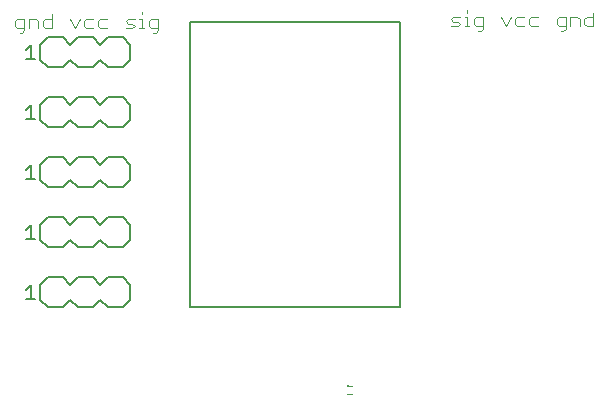
<source format=gto>
G75*
%MOIN*%
%OFA0B0*%
%FSLAX25Y25*%
%IPPOS*%
%LPD*%
%AMOC8*
5,1,8,0,0,1.08239X$1,22.5*
%
%ADD10C,0.00400*%
%ADD11C,0.00600*%
%ADD12C,0.00500*%
%ADD13R,0.00984X0.00886*%
D10*
X0113913Y0008789D02*
X0115487Y0008789D01*
X0115487Y0011545D02*
X0113913Y0011545D01*
X0157608Y0129732D02*
X0158375Y0129732D01*
X0159142Y0130499D01*
X0159142Y0134336D01*
X0156841Y0134336D01*
X0156073Y0133569D01*
X0156073Y0132034D01*
X0156841Y0131267D01*
X0159142Y0131267D01*
X0154539Y0131267D02*
X0153004Y0131267D01*
X0153771Y0131267D02*
X0153771Y0134336D01*
X0153004Y0134336D01*
X0151469Y0134336D02*
X0149167Y0134336D01*
X0148400Y0133569D01*
X0149167Y0132801D01*
X0150702Y0132801D01*
X0151469Y0132034D01*
X0150702Y0131267D01*
X0148400Y0131267D01*
X0153771Y0135871D02*
X0153771Y0136638D01*
X0165281Y0134336D02*
X0166816Y0131267D01*
X0168350Y0134336D01*
X0169885Y0133569D02*
X0169885Y0132034D01*
X0170652Y0131267D01*
X0172954Y0131267D01*
X0174489Y0132034D02*
X0175256Y0131267D01*
X0177558Y0131267D01*
X0174489Y0132034D02*
X0174489Y0133569D01*
X0175256Y0134336D01*
X0177558Y0134336D01*
X0172954Y0134336D02*
X0170652Y0134336D01*
X0169885Y0133569D01*
X0183697Y0133569D02*
X0183697Y0132034D01*
X0184464Y0131267D01*
X0186766Y0131267D01*
X0186766Y0130499D02*
X0186766Y0134336D01*
X0184464Y0134336D01*
X0183697Y0133569D01*
X0185231Y0129732D02*
X0185999Y0129732D01*
X0186766Y0130499D01*
X0188301Y0131267D02*
X0188301Y0134336D01*
X0190603Y0134336D01*
X0191370Y0133569D01*
X0191370Y0131267D01*
X0192905Y0132034D02*
X0192905Y0133569D01*
X0193672Y0134336D01*
X0195974Y0134336D01*
X0195974Y0135871D02*
X0195974Y0131267D01*
X0193672Y0131267D01*
X0192905Y0132034D01*
X0050774Y0130667D02*
X0048472Y0130667D01*
X0047705Y0131434D01*
X0047705Y0132969D01*
X0048472Y0133736D01*
X0050774Y0133736D01*
X0050774Y0129899D01*
X0050007Y0129132D01*
X0049239Y0129132D01*
X0046170Y0130667D02*
X0044635Y0130667D01*
X0045403Y0130667D02*
X0045403Y0133736D01*
X0044635Y0133736D01*
X0043101Y0133736D02*
X0040799Y0133736D01*
X0040031Y0132969D01*
X0040799Y0132201D01*
X0042333Y0132201D01*
X0043101Y0131434D01*
X0042333Y0130667D01*
X0040031Y0130667D01*
X0045403Y0135271D02*
X0045403Y0136038D01*
X0033893Y0133736D02*
X0031591Y0133736D01*
X0030824Y0132969D01*
X0030824Y0131434D01*
X0031591Y0130667D01*
X0033893Y0130667D01*
X0029289Y0130667D02*
X0026987Y0130667D01*
X0026220Y0131434D01*
X0026220Y0132969D01*
X0026987Y0133736D01*
X0029289Y0133736D01*
X0024685Y0133736D02*
X0023150Y0130667D01*
X0021616Y0133736D01*
X0015477Y0133736D02*
X0013175Y0133736D01*
X0012408Y0132969D01*
X0012408Y0131434D01*
X0013175Y0130667D01*
X0015477Y0130667D01*
X0015477Y0135271D01*
X0010873Y0132969D02*
X0010873Y0130667D01*
X0010873Y0132969D02*
X0010106Y0133736D01*
X0007804Y0133736D01*
X0007804Y0130667D01*
X0006269Y0130667D02*
X0003967Y0130667D01*
X0003200Y0131434D01*
X0003200Y0132969D01*
X0003967Y0133736D01*
X0006269Y0133736D01*
X0006269Y0129899D01*
X0005502Y0129132D01*
X0004735Y0129132D01*
D11*
X0014100Y0037667D02*
X0019100Y0037667D01*
X0021600Y0040167D01*
X0024100Y0037667D01*
X0029100Y0037667D01*
X0031600Y0040167D01*
X0034100Y0037667D01*
X0039100Y0037667D01*
X0041600Y0040167D01*
X0041600Y0045167D01*
X0039100Y0047667D01*
X0034100Y0047667D01*
X0031600Y0045167D01*
X0029100Y0047667D01*
X0024100Y0047667D01*
X0021600Y0045167D01*
X0019100Y0047667D01*
X0014100Y0047667D01*
X0011600Y0045167D01*
X0011600Y0040167D01*
X0014100Y0037667D01*
X0014100Y0057667D02*
X0019100Y0057667D01*
X0021600Y0060167D01*
X0024100Y0057667D01*
X0029100Y0057667D01*
X0031600Y0060167D01*
X0034100Y0057667D01*
X0039100Y0057667D01*
X0041600Y0060167D01*
X0041600Y0065167D01*
X0039100Y0067667D01*
X0034100Y0067667D01*
X0031600Y0065167D01*
X0029100Y0067667D01*
X0024100Y0067667D01*
X0021600Y0065167D01*
X0019100Y0067667D01*
X0014100Y0067667D01*
X0011600Y0065167D01*
X0011600Y0060167D01*
X0014100Y0057667D01*
X0014100Y0077667D02*
X0019100Y0077667D01*
X0021600Y0080167D01*
X0024100Y0077667D01*
X0029100Y0077667D01*
X0031600Y0080167D01*
X0034100Y0077667D01*
X0039100Y0077667D01*
X0041600Y0080167D01*
X0041600Y0085167D01*
X0039100Y0087667D01*
X0034100Y0087667D01*
X0031600Y0085167D01*
X0029100Y0087667D01*
X0024100Y0087667D01*
X0021600Y0085167D01*
X0019100Y0087667D01*
X0014100Y0087667D01*
X0011600Y0085167D01*
X0011600Y0080167D01*
X0014100Y0077667D01*
X0014100Y0097667D02*
X0019100Y0097667D01*
X0021600Y0100167D01*
X0024100Y0097667D01*
X0029100Y0097667D01*
X0031600Y0100167D01*
X0034100Y0097667D01*
X0039100Y0097667D01*
X0041600Y0100167D01*
X0041600Y0105167D01*
X0039100Y0107667D01*
X0034100Y0107667D01*
X0031600Y0105167D01*
X0029100Y0107667D01*
X0024100Y0107667D01*
X0021600Y0105167D01*
X0019100Y0107667D01*
X0014100Y0107667D01*
X0011600Y0105167D01*
X0011600Y0100167D01*
X0014100Y0097667D01*
X0014100Y0117667D02*
X0019100Y0117667D01*
X0021600Y0120167D01*
X0024100Y0117667D01*
X0029100Y0117667D01*
X0031600Y0120167D01*
X0034100Y0117667D01*
X0039100Y0117667D01*
X0041600Y0120167D01*
X0041600Y0125167D01*
X0039100Y0127667D01*
X0034100Y0127667D01*
X0031600Y0125167D01*
X0029100Y0127667D01*
X0024100Y0127667D01*
X0021600Y0125167D01*
X0019100Y0127667D01*
X0014100Y0127667D01*
X0011600Y0125167D01*
X0011600Y0120167D01*
X0014100Y0117667D01*
D12*
X0009853Y0120417D02*
X0006850Y0120417D01*
X0008351Y0120417D02*
X0008351Y0124920D01*
X0006850Y0123419D01*
X0008351Y0104920D02*
X0006850Y0103419D01*
X0008351Y0104920D02*
X0008351Y0100417D01*
X0006850Y0100417D02*
X0009853Y0100417D01*
X0008351Y0084920D02*
X0008351Y0080417D01*
X0006850Y0080417D02*
X0009853Y0080417D01*
X0006850Y0083419D02*
X0008351Y0084920D01*
X0008351Y0064920D02*
X0008351Y0060417D01*
X0006850Y0060417D02*
X0009853Y0060417D01*
X0006850Y0063419D02*
X0008351Y0064920D01*
X0008351Y0044920D02*
X0008351Y0040417D01*
X0006850Y0040417D02*
X0009853Y0040417D01*
X0006850Y0043419D02*
X0008351Y0044920D01*
X0061600Y0037667D02*
X0061600Y0132667D01*
X0131600Y0132667D01*
X0131600Y0037667D01*
X0061600Y0037667D01*
D13*
X0114208Y0011299D03*
M02*

</source>
